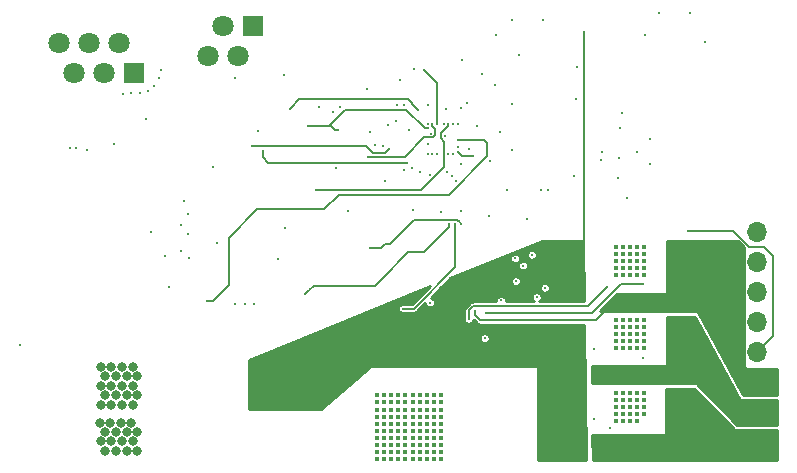
<source format=gbr>
G04 #@! TF.GenerationSoftware,KiCad,Pcbnew,5.1.5-52549c5~84~ubuntu18.04.1*
G04 #@! TF.CreationDate,2020-04-16T13:53:27+02:00*
G04 #@! TF.ProjectId,board,626f6172-642e-46b6-9963-61645f706362,rev?*
G04 #@! TF.SameCoordinates,Original*
G04 #@! TF.FileFunction,Copper,L2,Inr*
G04 #@! TF.FilePolarity,Positive*
%FSLAX46Y46*%
G04 Gerber Fmt 4.6, Leading zero omitted, Abs format (unit mm)*
G04 Created by KiCad (PCBNEW 5.1.5-52549c5~84~ubuntu18.04.1) date 2020-04-16 13:53:27*
%MOMM*%
%LPD*%
G04 APERTURE LIST*
%ADD10O,1.700000X1.700000*%
%ADD11R,1.700000X1.700000*%
%ADD12C,1.800000*%
%ADD13R,1.800000X1.800000*%
%ADD14C,0.400000*%
%ADD15C,0.290000*%
%ADD16C,0.254000*%
%ADD17C,0.800000*%
%ADD18C,0.152400*%
%ADD19C,0.254000*%
G04 APERTURE END LIST*
D10*
X156000000Y-119329200D03*
X156000000Y-121869200D03*
X156000000Y-124409200D03*
X156000000Y-126949200D03*
X156000000Y-129489200D03*
X156000000Y-132029200D03*
X156000000Y-134569200D03*
D11*
X156000000Y-137109200D03*
D12*
X96860000Y-103390000D03*
X98130000Y-105930000D03*
D13*
X103210000Y-105930000D03*
D12*
X101940000Y-103390000D03*
X100670000Y-105930000D03*
X99400000Y-103390000D03*
D13*
X113325000Y-101930000D03*
D12*
X112055000Y-104470000D03*
X110785000Y-101930000D03*
X109515000Y-104470000D03*
D14*
X129100000Y-127200000D03*
X128500000Y-127800000D03*
X124910000Y-127210000D03*
X126700000Y-127800000D03*
X129100000Y-129000000D03*
X129100000Y-127800000D03*
X128500000Y-127200000D03*
X124900000Y-129000000D03*
X126700000Y-128400000D03*
X126100000Y-127200000D03*
X126100000Y-129000000D03*
X124300000Y-127800000D03*
X126100000Y-128400000D03*
X126700000Y-127200000D03*
X123700000Y-127800000D03*
X126100000Y-127800000D03*
X127900000Y-127200000D03*
X124900000Y-127800000D03*
X127310000Y-127210000D03*
X124300000Y-128400000D03*
X127900000Y-129000000D03*
X127300000Y-127800000D03*
X123700000Y-128400000D03*
X125500000Y-129000000D03*
X125500000Y-127200000D03*
X123700000Y-127200000D03*
X124300000Y-129000000D03*
X127900000Y-127800000D03*
X127300000Y-129000000D03*
X125500000Y-128400000D03*
X128500000Y-128400000D03*
X128500000Y-129000000D03*
X123700000Y-129000000D03*
X124900000Y-128400000D03*
X129100000Y-128400000D03*
X127300000Y-128400000D03*
X127900000Y-128400000D03*
X125500000Y-127800000D03*
X126700000Y-129000000D03*
X124300000Y-127200000D03*
D15*
X141300000Y-102400000D03*
D16*
X141000000Y-120600000D03*
D15*
X117700000Y-124650000D03*
X123600000Y-123900000D03*
X127748000Y-121100000D03*
X129890000Y-118690000D03*
X133750000Y-106885000D03*
X111740000Y-106360000D03*
X115880000Y-106040000D03*
X125700000Y-106510000D03*
X136500000Y-118300000D03*
X133300000Y-118000000D03*
X104200000Y-109800000D03*
X134760000Y-115790000D03*
X130241169Y-110188832D03*
X126057511Y-114137511D03*
X130450000Y-115060000D03*
X128090000Y-108620000D03*
X129200000Y-117696400D03*
D16*
X150110013Y-119267519D03*
D15*
X129655000Y-108965000D03*
X128078831Y-110188831D03*
X147700000Y-100800000D03*
X126000000Y-125850000D03*
X130380000Y-118690000D03*
D16*
X143300000Y-124000000D03*
D15*
X131550000Y-126710000D03*
D16*
X146300000Y-123800000D03*
D15*
X133060000Y-126250000D03*
X137300000Y-124900000D03*
D16*
X146300000Y-130000000D03*
X142200000Y-129300000D03*
D15*
X138000000Y-124100000D03*
X136180000Y-122220000D03*
D16*
X142130025Y-135169975D03*
D15*
X136900000Y-121300000D03*
D16*
X143494805Y-135966469D03*
D14*
X126800000Y-136800000D03*
X128000000Y-136800000D03*
X124400000Y-137400000D03*
X128000000Y-136200000D03*
X126200000Y-136200000D03*
X125000000Y-136200000D03*
X124400000Y-136800000D03*
X128000000Y-137400000D03*
X128600000Y-137400000D03*
X126200000Y-136800000D03*
X125010000Y-135610000D03*
X128600000Y-136800000D03*
X124400000Y-136200000D03*
X127400000Y-136800000D03*
X125600000Y-135600000D03*
X126800000Y-137400000D03*
X125000000Y-136800000D03*
X129200000Y-135600000D03*
X126800000Y-135600000D03*
X126200000Y-137400000D03*
X123800000Y-137400000D03*
X128000000Y-135600000D03*
X128600000Y-135600000D03*
X123800000Y-135600000D03*
X128600000Y-136200000D03*
X126200000Y-135600000D03*
X127410000Y-135610000D03*
X127400000Y-136200000D03*
X129200000Y-136800000D03*
X123800000Y-136800000D03*
X125600000Y-137400000D03*
X125600000Y-136200000D03*
X123800000Y-136200000D03*
X125000000Y-137400000D03*
X127400000Y-137400000D03*
X125600000Y-136800000D03*
X124400000Y-135600000D03*
X126800000Y-136200000D03*
X129200000Y-137400000D03*
X129200000Y-136200000D03*
X129200000Y-138600000D03*
X128600000Y-138000000D03*
X123800000Y-138600000D03*
X124400000Y-138000000D03*
X126800000Y-138000000D03*
X125600000Y-138000000D03*
X128000000Y-138600000D03*
X123800000Y-138000000D03*
X126200000Y-138600000D03*
X126800000Y-138600000D03*
X128600000Y-138600000D03*
X125600000Y-138600000D03*
X125000000Y-138600000D03*
X126200000Y-138000000D03*
X128000000Y-138000000D03*
X125000000Y-138000000D03*
X127400000Y-138600000D03*
X129200000Y-138000000D03*
X127400000Y-138000000D03*
X124400000Y-138600000D03*
X126800000Y-134400000D03*
X128000000Y-134400000D03*
X124400000Y-135000000D03*
X128000000Y-133800000D03*
X126200000Y-133800000D03*
X125000000Y-133800000D03*
X124400000Y-134400000D03*
X128000000Y-135000000D03*
X128600000Y-135000000D03*
X126200000Y-134400000D03*
X125010000Y-133210000D03*
X128600000Y-134400000D03*
X124400000Y-133800000D03*
X127400000Y-134400000D03*
X125600000Y-133200000D03*
X126800000Y-135000000D03*
X125000000Y-134400000D03*
X129200000Y-133200000D03*
X126800000Y-133200000D03*
X126200000Y-135000000D03*
X123800000Y-135000000D03*
X128000000Y-133200000D03*
X128600000Y-133200000D03*
X123800000Y-133200000D03*
X128600000Y-133800000D03*
X126200000Y-133200000D03*
X127410000Y-133210000D03*
X127400000Y-133800000D03*
X129200000Y-134400000D03*
X123800000Y-134400000D03*
X125600000Y-135000000D03*
X125600000Y-133800000D03*
X123800000Y-133800000D03*
X125000000Y-135000000D03*
X127400000Y-135000000D03*
X125600000Y-134400000D03*
X124400000Y-133200000D03*
X126800000Y-133800000D03*
X129200000Y-135000000D03*
X129200000Y-133800000D03*
X146400000Y-127400000D03*
X144600000Y-127400000D03*
X144600000Y-128600000D03*
X144600000Y-128000000D03*
X146400000Y-129200000D03*
X145800000Y-129200000D03*
X145200000Y-126800000D03*
X145800000Y-126800000D03*
X145800000Y-128000000D03*
X145200000Y-129200000D03*
X145200000Y-127400000D03*
X144600000Y-126800000D03*
X145800000Y-127400000D03*
X145800000Y-128600000D03*
X145200000Y-128600000D03*
X145200000Y-128000000D03*
X146400000Y-126800000D03*
X146400000Y-128000000D03*
X144600000Y-129200000D03*
X146400000Y-128600000D03*
X146400000Y-133600000D03*
X144600000Y-133600000D03*
X144600000Y-134800000D03*
X144600000Y-134200000D03*
X145800000Y-135400000D03*
X145200000Y-133000000D03*
X145800000Y-133000000D03*
X145800000Y-134200000D03*
X145200000Y-135400000D03*
X145200000Y-133600000D03*
X144600000Y-133000000D03*
X145800000Y-133600000D03*
X145800000Y-134800000D03*
X145200000Y-134800000D03*
X145200000Y-134200000D03*
X146400000Y-133000000D03*
X146400000Y-134200000D03*
X144600000Y-135400000D03*
X146400000Y-134800000D03*
X144000000Y-128000000D03*
X144000000Y-129200000D03*
X144000000Y-126800000D03*
X144000000Y-128600000D03*
X144000000Y-127400000D03*
X144000000Y-121200000D03*
X144000000Y-122400000D03*
X144000000Y-121800000D03*
X144000000Y-120600000D03*
X144000000Y-123000000D03*
X144000000Y-134800000D03*
X144000000Y-133600000D03*
X144000000Y-135400000D03*
X144000000Y-133000000D03*
X144000000Y-134200000D03*
X146400000Y-121200000D03*
X146400000Y-121800000D03*
X146400000Y-122400000D03*
X146400000Y-123000000D03*
X145800000Y-123000000D03*
X145800000Y-122400000D03*
X145800000Y-121800000D03*
X145800000Y-121200000D03*
X145800000Y-120600000D03*
X145200000Y-120600000D03*
X145200000Y-121200000D03*
X145200000Y-121800000D03*
X145200000Y-122400000D03*
X145200000Y-123000000D03*
X144600000Y-123000000D03*
X144600000Y-120600000D03*
X144600000Y-121800000D03*
X144600000Y-121200000D03*
X144600000Y-122400000D03*
D17*
X100300000Y-135500000D03*
X101200000Y-135500000D03*
X102100000Y-135500000D03*
X103000000Y-135500000D03*
X100800000Y-136300000D03*
X101700000Y-136300000D03*
X102600000Y-136300000D03*
X103500000Y-136300000D03*
X100400000Y-137100000D03*
X101300000Y-137100000D03*
X102200000Y-137100000D03*
X103100000Y-137100000D03*
X100800000Y-137900000D03*
X101700000Y-137900000D03*
X102600000Y-137900000D03*
X103500000Y-137900000D03*
D14*
X146400000Y-120600000D03*
D15*
X133860000Y-102690000D03*
X135200000Y-108500000D03*
X134200000Y-110900000D03*
X135200000Y-112400000D03*
X140700000Y-105400000D03*
X134300000Y-125167399D03*
X132900000Y-128360000D03*
X128290000Y-125350000D03*
X145000000Y-116500000D03*
X126800000Y-117500000D03*
X137812500Y-101400000D03*
X135200000Y-101400000D03*
X107800000Y-117850000D03*
X113700000Y-110800000D03*
X124510000Y-115040000D03*
X121370000Y-117590000D03*
X140680000Y-108090000D03*
X132720000Y-105960000D03*
X129550000Y-111270000D03*
X124740000Y-110340000D03*
D16*
X93610000Y-128920000D03*
D15*
X120320000Y-113980000D03*
X116000000Y-119050000D03*
X126050000Y-108610000D03*
X126480000Y-110710000D03*
X131610000Y-112370000D03*
X130641169Y-112188831D03*
X133330000Y-113390000D03*
X107200000Y-118800000D03*
X107200000Y-120975000D03*
X144200000Y-114800000D03*
X140500000Y-114600000D03*
X135800000Y-104400000D03*
X151600000Y-103300000D03*
X122960000Y-107250000D03*
X106180000Y-124020000D03*
X146500000Y-102700000D03*
X107460000Y-116760000D03*
X144316448Y-113113552D03*
X144400000Y-110600000D03*
D14*
X149100000Y-124700000D03*
X149700000Y-125900000D03*
X149700000Y-124700000D03*
X149100000Y-125900000D03*
X149100000Y-125300000D03*
X149700000Y-125300000D03*
X150300000Y-125300000D03*
X150300000Y-125900000D03*
X150300000Y-124700000D03*
X151000000Y-124700000D03*
X151600000Y-125900000D03*
X151600000Y-124700000D03*
X151000000Y-125900000D03*
X151000000Y-125300000D03*
X151600000Y-125300000D03*
X152200000Y-125300000D03*
X152200000Y-125900000D03*
X152200000Y-124700000D03*
X151600000Y-122900000D03*
X152200000Y-124100000D03*
X152200000Y-122900000D03*
X151600000Y-124100000D03*
X151600000Y-123500000D03*
X152200000Y-123500000D03*
X152800000Y-123500000D03*
X152800000Y-124100000D03*
X152800000Y-122900000D03*
X152200000Y-126500000D03*
X152800000Y-127700000D03*
X152800000Y-126500000D03*
X152200000Y-127700000D03*
X152200000Y-127100000D03*
X152800000Y-127100000D03*
X153400000Y-127100000D03*
X153400000Y-127700000D03*
X153400000Y-126500000D03*
X152800000Y-124700000D03*
X153400000Y-125900000D03*
X153400000Y-124700000D03*
X152800000Y-125900000D03*
X152800000Y-125300000D03*
X153400000Y-125300000D03*
X154000000Y-125300000D03*
X154000000Y-125900000D03*
X154000000Y-124700000D03*
X151600000Y-121100000D03*
X152200000Y-121700000D03*
X152200000Y-122300000D03*
X152200000Y-121100000D03*
X151600000Y-122300000D03*
X152800000Y-122300000D03*
X152800000Y-121100000D03*
X151600000Y-121700000D03*
X152800000Y-121700000D03*
X153400000Y-122900000D03*
X154000000Y-124100000D03*
X153400000Y-124100000D03*
X153400000Y-123500000D03*
X153400000Y-121100000D03*
X153400000Y-122300000D03*
X153400000Y-121700000D03*
X154000000Y-126500000D03*
X154000000Y-127700000D03*
X154000000Y-127100000D03*
X151600000Y-126500000D03*
X152800000Y-128300000D03*
X153400000Y-128300000D03*
X154000000Y-128300000D03*
X152800000Y-128900000D03*
X153400000Y-128900000D03*
X154000000Y-128900000D03*
X154000000Y-129500000D03*
X153400000Y-129500000D03*
X154000000Y-130100000D03*
X153400000Y-130100000D03*
X154000000Y-130700000D03*
X154000000Y-131300000D03*
X144310000Y-124710000D03*
X144900000Y-125900000D03*
X144900000Y-125300000D03*
X145500000Y-124700000D03*
X144300000Y-125900000D03*
X144300000Y-125300000D03*
X145500000Y-125900000D03*
X146100000Y-124700000D03*
X144900000Y-124700000D03*
X146100000Y-125900000D03*
X145500000Y-125300000D03*
X146100000Y-125300000D03*
X146710000Y-124710000D03*
X147300000Y-125900000D03*
X147300000Y-125300000D03*
X147900000Y-124700000D03*
X146700000Y-125900000D03*
X146700000Y-125300000D03*
X147900000Y-125900000D03*
X148500000Y-124700000D03*
X147300000Y-124700000D03*
X148500000Y-125900000D03*
X147900000Y-125300000D03*
X148500000Y-125300000D03*
D15*
X132070000Y-126100000D03*
D16*
X143110000Y-126060000D03*
D14*
X149600000Y-132000000D03*
X150200000Y-130800000D03*
X149600000Y-130800000D03*
X150200000Y-132000000D03*
X149600000Y-131400000D03*
X150200000Y-131400000D03*
X152600000Y-132000000D03*
X152600000Y-131400000D03*
X152000000Y-132000000D03*
X152000000Y-131400000D03*
X152600000Y-130800000D03*
X152000000Y-130800000D03*
X150800000Y-132000000D03*
X151400000Y-130800000D03*
X150800000Y-130800000D03*
X151400000Y-132000000D03*
X150800000Y-131400000D03*
X151400000Y-131400000D03*
X152000000Y-130200000D03*
X152000000Y-129600000D03*
X151400000Y-129000000D03*
X151400000Y-129600000D03*
X151400000Y-130200000D03*
X152600000Y-133200000D03*
X153200000Y-133200000D03*
X152600000Y-132600000D03*
X153200000Y-132600000D03*
X153200000Y-132000000D03*
X152000000Y-132600000D03*
X153800000Y-134400000D03*
X153200000Y-134400000D03*
X153800000Y-133800000D03*
X153200000Y-133800000D03*
X153800000Y-133200000D03*
X143600000Y-132000000D03*
X143600000Y-131400000D03*
X148400000Y-130800000D03*
X148400000Y-132000000D03*
X149000000Y-130800000D03*
X143600000Y-130800000D03*
X149000000Y-132000000D03*
X148400000Y-131400000D03*
X149000000Y-131400000D03*
X143100000Y-131400000D03*
X143100000Y-132000000D03*
D15*
X135548036Y-123532076D03*
D14*
X143110000Y-130810000D03*
X149100000Y-137900000D03*
X150300000Y-137900000D03*
X149100000Y-138500000D03*
X148500000Y-137300000D03*
X149700000Y-138500000D03*
X149700000Y-137300000D03*
X150900000Y-137300000D03*
X151500000Y-138500000D03*
X149100000Y-136700000D03*
X149710000Y-136710000D03*
X151500000Y-137300000D03*
X148500000Y-138500000D03*
X149700000Y-137900000D03*
X148500000Y-137900000D03*
X150300000Y-138500000D03*
X151500000Y-137900000D03*
X150900000Y-136700000D03*
X150900000Y-137900000D03*
X151500000Y-136700000D03*
X150900000Y-138500000D03*
X149100000Y-137300000D03*
X150300000Y-136700000D03*
X148500000Y-136700000D03*
X150300000Y-137300000D03*
X152110000Y-136710000D03*
X153900000Y-137300000D03*
X152100000Y-138500000D03*
X153900000Y-137900000D03*
X153300000Y-136700000D03*
X153300000Y-138500000D03*
X153300000Y-137900000D03*
X153900000Y-136700000D03*
X153300000Y-137300000D03*
X152100000Y-137300000D03*
X152700000Y-138500000D03*
X152700000Y-136700000D03*
X152700000Y-137900000D03*
X152100000Y-137900000D03*
X152700000Y-137300000D03*
X153900000Y-138500000D03*
X153300000Y-136100000D03*
X151500000Y-136100000D03*
X151500000Y-135500000D03*
X152700000Y-135500000D03*
X152110000Y-135510000D03*
X152100000Y-136100000D03*
X152700000Y-136100000D03*
X151500000Y-134900000D03*
X152110000Y-134910000D03*
X151500000Y-134300000D03*
X143610000Y-136710000D03*
X144200000Y-137900000D03*
X144200000Y-137300000D03*
X144800000Y-136700000D03*
X143600000Y-137900000D03*
X143600000Y-137300000D03*
X144800000Y-137900000D03*
X145400000Y-136700000D03*
X144200000Y-136700000D03*
X145400000Y-137900000D03*
X144800000Y-137300000D03*
X145400000Y-137300000D03*
X143600000Y-138500000D03*
X145400000Y-138500000D03*
X144800000Y-138500000D03*
X144200000Y-138500000D03*
X146000000Y-137900000D03*
X147800000Y-137900000D03*
X147800000Y-138500000D03*
X147200000Y-137300000D03*
X147800000Y-136700000D03*
X146600000Y-136700000D03*
X146010000Y-136710000D03*
X147200000Y-138500000D03*
X146000000Y-137300000D03*
X147200000Y-137900000D03*
X146000000Y-138500000D03*
X146600000Y-138500000D03*
X146600000Y-137300000D03*
X147800000Y-137300000D03*
X147200000Y-136700000D03*
X146600000Y-137900000D03*
D15*
X135500000Y-121608700D03*
D14*
X143040000Y-138210000D03*
D15*
X102950000Y-107640000D03*
X102270000Y-107670000D03*
X103690000Y-107560000D03*
X104390000Y-107420000D03*
X104940000Y-106980000D03*
X105300000Y-106350000D03*
X105500000Y-105660000D03*
X145785000Y-112600000D03*
X142817600Y-112590000D03*
X142762409Y-113295191D03*
X146915000Y-113600000D03*
X105820000Y-121420000D03*
X107910000Y-121529400D03*
X146915000Y-111500000D03*
X144500000Y-109300000D03*
X109370000Y-125170000D03*
X130641168Y-111551169D03*
X115450000Y-121670000D03*
X138270000Y-115830000D03*
X110245000Y-120325000D03*
X137660000Y-115820000D03*
X123200000Y-120750000D03*
X130910000Y-118670000D03*
X101500000Y-111900000D03*
X109900000Y-113900000D03*
X114110000Y-112540000D03*
X126300000Y-113500000D03*
X113250000Y-112100000D03*
X124840000Y-112340000D03*
D17*
X100800000Y-133200000D03*
X101700000Y-133200000D03*
X102600000Y-133200000D03*
X103500000Y-133200000D03*
X100400000Y-130800000D03*
X101300000Y-130800000D03*
X102200000Y-130800000D03*
X103100000Y-130800000D03*
X100800000Y-131600000D03*
X101700000Y-131600000D03*
X102600000Y-131600000D03*
X103500000Y-131600000D03*
X100400000Y-132400000D03*
X101300000Y-132400000D03*
X102200000Y-132400000D03*
X103100000Y-132400000D03*
X100400000Y-134000000D03*
X101300000Y-134000000D03*
X102200000Y-134000000D03*
X103100000Y-134000000D03*
D15*
X131450000Y-108470000D03*
X98330000Y-112240000D03*
X104690000Y-119340000D03*
X107830000Y-119540000D03*
X128078831Y-112751168D03*
X126743959Y-113953959D03*
X128478831Y-112751168D03*
X127458552Y-114268552D03*
X128878831Y-112751168D03*
X128260000Y-114540000D03*
X126900000Y-105600000D03*
X131000000Y-104800000D03*
X125400000Y-110000000D03*
X132300000Y-110400000D03*
X118880000Y-108800000D03*
X130170000Y-114630000D03*
X120070000Y-109170000D03*
X129841168Y-112751169D03*
X120670000Y-108810000D03*
X129760000Y-114310000D03*
X118650000Y-115810000D03*
X129841168Y-110188831D03*
X127300000Y-109000000D03*
X116400000Y-108930000D03*
X128878831Y-110188831D03*
X127810000Y-105680000D03*
X97770000Y-112270000D03*
X130641169Y-110188832D03*
X130940000Y-108880000D03*
X99220000Y-112444400D03*
X113400000Y-125500000D03*
X124330000Y-112080000D03*
X112600000Y-125500000D03*
X123600000Y-112024400D03*
X111800000Y-125500000D03*
X128078831Y-111951169D03*
X120530000Y-110710000D03*
X117950000Y-110400000D03*
X128078831Y-110588831D03*
X129441169Y-110188831D03*
X123230000Y-110940000D03*
X123000000Y-113001600D03*
X128478831Y-110188832D03*
X128361807Y-111070000D03*
X125470000Y-108644400D03*
X130641169Y-112588832D03*
X131900000Y-112925599D03*
X150300000Y-100800000D03*
X130241168Y-112751169D03*
X130910000Y-113650000D03*
X130900000Y-117600000D03*
D18*
X141300000Y-102400000D02*
X141300000Y-120300000D01*
X141300000Y-120300000D02*
X141000000Y-120600000D01*
X118450000Y-123900000D02*
X118050000Y-124300000D01*
X123600000Y-123900000D02*
X118450000Y-123900000D01*
X118050000Y-124300000D02*
X117700000Y-124650000D01*
X124192000Y-123308000D02*
X123600000Y-123900000D01*
X126400000Y-121100000D02*
X124192000Y-123308000D01*
X127748000Y-121100000D02*
X126400000Y-121100000D01*
X127762842Y-121100000D02*
X127748000Y-121100000D01*
X129890000Y-118972842D02*
X127762842Y-121100000D01*
X129890000Y-118690000D02*
X129890000Y-118972842D01*
X157350000Y-121390000D02*
X157350000Y-128139200D01*
X157350000Y-128139200D02*
X156000000Y-129489200D01*
X156580000Y-120620000D02*
X157350000Y-121390000D01*
X155300000Y-120620000D02*
X156580000Y-120620000D01*
X150110013Y-119267519D02*
X153947519Y-119267519D01*
X153947519Y-119267519D02*
X155300000Y-120620000D01*
X130380000Y-118972842D02*
X130380000Y-118690000D01*
X130380000Y-122372400D02*
X130380000Y-118972842D01*
X126902400Y-125850000D02*
X130380000Y-122372400D01*
X126000000Y-125850000D02*
X126902400Y-125850000D01*
X141691301Y-125608699D02*
X143300000Y-124000000D01*
X131908175Y-125608699D02*
X141691301Y-125608699D01*
X131550000Y-126710000D02*
X131550000Y-125966874D01*
X131550000Y-125966874D02*
X131908175Y-125608699D01*
X133060000Y-126250000D02*
X142000000Y-126250000D01*
X144450000Y-123800000D02*
X146300000Y-123800000D01*
X142000000Y-126250000D02*
X144450000Y-123800000D01*
X142200000Y-129190000D02*
X142200000Y-129300000D01*
X132070000Y-126100000D02*
X132070000Y-126382842D01*
X132070000Y-126382842D02*
X132540359Y-126853201D01*
X142316799Y-126853201D02*
X143110000Y-126060000D01*
X141976799Y-126853201D02*
X142316799Y-126853201D01*
X132540359Y-126853201D02*
X141976799Y-126853201D01*
X109890000Y-125170000D02*
X109370000Y-125170000D01*
X111230000Y-123840000D02*
X109890000Y-125170000D01*
X111230000Y-119840000D02*
X111230000Y-123840000D01*
X113630000Y-117440000D02*
X111230000Y-119840000D01*
X120560000Y-116210000D02*
X119330000Y-117440000D01*
X130641168Y-111551169D02*
X132851169Y-111551169D01*
X119330000Y-117440000D02*
X113630000Y-117440000D01*
X132851169Y-111551169D02*
X133100000Y-111800000D01*
X133100000Y-111800000D02*
X133100000Y-112970000D01*
X133100000Y-112970000D02*
X129850000Y-116220000D01*
X129850000Y-116220000D02*
X129650000Y-116220000D01*
X129650000Y-116220000D02*
X120560000Y-116210000D01*
X124102400Y-120750000D02*
X124430000Y-120422400D01*
X123200000Y-120750000D02*
X124102400Y-120750000D01*
X124430000Y-120422400D02*
X124857600Y-120422400D01*
X130783001Y-118543001D02*
X130910000Y-118670000D01*
X130574399Y-118334399D02*
X130783001Y-118543001D01*
X126945601Y-118334399D02*
X130574399Y-118334399D01*
X124857600Y-120422400D02*
X126945601Y-118334399D01*
X114110000Y-113010000D02*
X114110000Y-112540000D01*
X126300000Y-113500000D02*
X114600000Y-113500000D01*
X114600000Y-113500000D02*
X114110000Y-113010000D01*
X124480000Y-112700000D02*
X124840000Y-112340000D01*
X123490000Y-112700000D02*
X124480000Y-112700000D01*
X122866815Y-112076815D02*
X123490000Y-112700000D01*
X113226815Y-112076815D02*
X113250000Y-112100000D01*
X113226815Y-112076815D02*
X122866815Y-112076815D01*
X129194399Y-111015205D02*
X129841168Y-110368436D01*
X129194399Y-111440689D02*
X129194399Y-111015205D01*
X129841168Y-110368436D02*
X129841168Y-110188831D01*
X129485567Y-111731857D02*
X129194399Y-111440689D01*
X129485567Y-113840723D02*
X129485567Y-111731857D01*
X127516290Y-115810000D02*
X129485567Y-113840723D01*
X118650000Y-115810000D02*
X127516290Y-115810000D01*
X116831601Y-108498399D02*
X116400000Y-108930000D01*
X126798399Y-108498399D02*
X126880000Y-108580000D01*
X126880000Y-108580000D02*
X127300000Y-109000000D01*
X126440000Y-108140000D02*
X126700000Y-108400000D01*
X126700000Y-108400000D02*
X126880000Y-108580000D01*
X117190000Y-108140000D02*
X126440000Y-108140000D01*
X116400000Y-108930000D02*
X117190000Y-108140000D01*
X128878831Y-110188831D02*
X128878831Y-106748831D01*
X128878831Y-106748831D02*
X127810000Y-105680000D01*
X119714330Y-110400000D02*
X118232842Y-110400000D01*
X118232842Y-110400000D02*
X117950000Y-110400000D01*
X121114330Y-109000000D02*
X119714330Y-110400000D01*
X126270000Y-109000000D02*
X121114330Y-109000000D01*
X127858831Y-110588831D02*
X126270000Y-109000000D01*
X128078831Y-110588831D02*
X127858831Y-110588831D01*
X119937158Y-110400000D02*
X119714330Y-110400000D01*
X120247158Y-110710000D02*
X119937158Y-110400000D01*
X120530000Y-110710000D02*
X120247158Y-110710000D01*
X123038400Y-113040000D02*
X123000000Y-113001600D01*
X128478831Y-110368437D02*
X128478831Y-110188832D01*
X128717408Y-110607014D02*
X128478831Y-110368437D01*
X128717408Y-111130089D02*
X128717408Y-110607014D01*
X128532496Y-111315001D02*
X128717408Y-111130089D01*
X127814999Y-111315001D02*
X128532496Y-111315001D01*
X126125190Y-113004810D02*
X127814999Y-111315001D01*
X123286052Y-113004810D02*
X126125190Y-113004810D01*
X123282842Y-113001600D02*
X123286052Y-113004810D01*
X123000000Y-113001600D02*
X123282842Y-113001600D01*
X130977936Y-112925599D02*
X130641169Y-112588832D01*
X131900000Y-112925599D02*
X130977936Y-112925599D01*
D19*
G36*
X141328877Y-125253099D02*
G01*
X137535450Y-125253099D01*
X137570539Y-125229653D01*
X137629653Y-125170539D01*
X137676098Y-125101029D01*
X137708090Y-125023793D01*
X137724400Y-124941800D01*
X137724400Y-124858200D01*
X137708090Y-124776207D01*
X137676098Y-124698971D01*
X137629653Y-124629461D01*
X137570539Y-124570347D01*
X137501029Y-124523902D01*
X137423793Y-124491910D01*
X137341800Y-124475600D01*
X137258200Y-124475600D01*
X137176207Y-124491910D01*
X137098971Y-124523902D01*
X137029461Y-124570347D01*
X136970347Y-124629461D01*
X136923902Y-124698971D01*
X136891910Y-124776207D01*
X136875600Y-124858200D01*
X136875600Y-124941800D01*
X136891910Y-125023793D01*
X136923902Y-125101029D01*
X136970347Y-125170539D01*
X137029461Y-125229653D01*
X137064550Y-125253099D01*
X134715667Y-125253099D01*
X134724400Y-125209199D01*
X134724400Y-125125599D01*
X134708090Y-125043606D01*
X134676098Y-124966370D01*
X134629653Y-124896860D01*
X134570539Y-124837746D01*
X134501029Y-124791301D01*
X134423793Y-124759309D01*
X134341800Y-124742999D01*
X134258200Y-124742999D01*
X134176207Y-124759309D01*
X134098971Y-124791301D01*
X134029461Y-124837746D01*
X133970347Y-124896860D01*
X133923902Y-124966370D01*
X133891910Y-125043606D01*
X133875600Y-125125599D01*
X133875600Y-125209199D01*
X133884333Y-125253099D01*
X131925630Y-125253099D01*
X131908175Y-125251380D01*
X131890719Y-125253099D01*
X131890712Y-125253099D01*
X131844741Y-125257627D01*
X131838464Y-125258245D01*
X131818131Y-125264413D01*
X131771435Y-125278578D01*
X131709659Y-125311598D01*
X131655512Y-125356036D01*
X131644380Y-125369600D01*
X131310901Y-125703080D01*
X131297338Y-125714211D01*
X131252900Y-125768358D01*
X131236390Y-125799246D01*
X131219880Y-125830133D01*
X131199546Y-125897164D01*
X131192681Y-125966874D01*
X131194401Y-125984339D01*
X131194400Y-126478293D01*
X131173902Y-126508971D01*
X131141910Y-126586207D01*
X131125600Y-126668200D01*
X131125600Y-126751800D01*
X131141910Y-126833793D01*
X131173902Y-126911029D01*
X131220347Y-126980539D01*
X131279461Y-127039653D01*
X131348971Y-127086098D01*
X131426207Y-127118090D01*
X131508200Y-127134400D01*
X131591800Y-127134400D01*
X131673793Y-127118090D01*
X131751029Y-127086098D01*
X131820539Y-127039653D01*
X131879653Y-126980539D01*
X131926098Y-126911029D01*
X131958090Y-126833793D01*
X131968040Y-126783775D01*
X132276569Y-127092306D01*
X132287696Y-127105864D01*
X132301254Y-127116991D01*
X132301259Y-127116996D01*
X132335437Y-127145045D01*
X132341843Y-127150302D01*
X132403619Y-127183322D01*
X132441461Y-127194801D01*
X132470648Y-127203655D01*
X132477546Y-127204334D01*
X132522896Y-127208801D01*
X132522903Y-127208801D01*
X132540358Y-127210520D01*
X132557814Y-127208801D01*
X141349682Y-127208801D01*
X141471642Y-138673000D01*
X137427000Y-138673000D01*
X137427000Y-130800000D01*
X137424560Y-130775224D01*
X137417333Y-130751399D01*
X137405597Y-130729443D01*
X137389803Y-130710197D01*
X137370557Y-130694403D01*
X137348601Y-130682667D01*
X137324776Y-130675440D01*
X137300000Y-130673000D01*
X123400000Y-130673000D01*
X123375224Y-130675440D01*
X123351399Y-130682667D01*
X123329443Y-130694403D01*
X123317165Y-130703733D01*
X119052882Y-134373000D01*
X112927000Y-134373000D01*
X112927000Y-130185536D01*
X117530630Y-128318200D01*
X132475600Y-128318200D01*
X132475600Y-128401800D01*
X132491910Y-128483793D01*
X132523902Y-128561029D01*
X132570347Y-128630539D01*
X132629461Y-128689653D01*
X132698971Y-128736098D01*
X132776207Y-128768090D01*
X132858200Y-128784400D01*
X132941800Y-128784400D01*
X133023793Y-128768090D01*
X133101029Y-128736098D01*
X133170539Y-128689653D01*
X133229653Y-128630539D01*
X133276098Y-128561029D01*
X133308090Y-128483793D01*
X133324400Y-128401800D01*
X133324400Y-128318200D01*
X133308090Y-128236207D01*
X133276098Y-128158971D01*
X133229653Y-128089461D01*
X133170539Y-128030347D01*
X133101029Y-127983902D01*
X133023793Y-127951910D01*
X132941800Y-127935600D01*
X132858200Y-127935600D01*
X132776207Y-127951910D01*
X132698971Y-127983902D01*
X132629461Y-128030347D01*
X132570347Y-128089461D01*
X132523902Y-128158971D01*
X132491910Y-128236207D01*
X132475600Y-128318200D01*
X117530630Y-128318200D01*
X128299335Y-123950171D01*
X126755107Y-125494400D01*
X126231706Y-125494400D01*
X126201029Y-125473902D01*
X126123793Y-125441910D01*
X126041800Y-125425600D01*
X125958200Y-125425600D01*
X125876207Y-125441910D01*
X125798971Y-125473902D01*
X125729461Y-125520347D01*
X125670347Y-125579461D01*
X125623902Y-125648971D01*
X125591910Y-125726207D01*
X125575600Y-125808200D01*
X125575600Y-125891800D01*
X125591910Y-125973793D01*
X125623902Y-126051029D01*
X125670347Y-126120539D01*
X125729461Y-126179653D01*
X125798971Y-126226098D01*
X125876207Y-126258090D01*
X125958200Y-126274400D01*
X126041800Y-126274400D01*
X126123793Y-126258090D01*
X126201029Y-126226098D01*
X126231706Y-126205600D01*
X126884945Y-126205600D01*
X126902400Y-126207319D01*
X126919855Y-126205600D01*
X126919863Y-126205600D01*
X126972110Y-126200454D01*
X127039140Y-126180121D01*
X127100916Y-126147101D01*
X127155063Y-126102663D01*
X127166199Y-126089094D01*
X127865600Y-125389693D01*
X127865600Y-125391800D01*
X127881910Y-125473793D01*
X127913902Y-125551029D01*
X127960347Y-125620539D01*
X128019461Y-125679653D01*
X128088971Y-125726098D01*
X128166207Y-125758090D01*
X128248200Y-125774400D01*
X128331800Y-125774400D01*
X128413793Y-125758090D01*
X128491029Y-125726098D01*
X128560539Y-125679653D01*
X128619653Y-125620539D01*
X128666098Y-125551029D01*
X128698090Y-125473793D01*
X128714400Y-125391800D01*
X128714400Y-125308200D01*
X128698090Y-125226207D01*
X128666098Y-125148971D01*
X128619653Y-125079461D01*
X128560539Y-125020347D01*
X128491029Y-124973902D01*
X128413793Y-124941910D01*
X128331800Y-124925600D01*
X128329694Y-124925600D01*
X129197094Y-124058200D01*
X137575600Y-124058200D01*
X137575600Y-124141800D01*
X137591910Y-124223793D01*
X137623902Y-124301029D01*
X137670347Y-124370539D01*
X137729461Y-124429653D01*
X137798971Y-124476098D01*
X137876207Y-124508090D01*
X137958200Y-124524400D01*
X138041800Y-124524400D01*
X138123793Y-124508090D01*
X138201029Y-124476098D01*
X138270539Y-124429653D01*
X138329653Y-124370539D01*
X138376098Y-124301029D01*
X138408090Y-124223793D01*
X138424400Y-124141800D01*
X138424400Y-124058200D01*
X138408090Y-123976207D01*
X138376098Y-123898971D01*
X138329653Y-123829461D01*
X138270539Y-123770347D01*
X138201029Y-123723902D01*
X138123793Y-123691910D01*
X138041800Y-123675600D01*
X137958200Y-123675600D01*
X137876207Y-123691910D01*
X137798971Y-123723902D01*
X137729461Y-123770347D01*
X137670347Y-123829461D01*
X137623902Y-123898971D01*
X137591910Y-123976207D01*
X137575600Y-124058200D01*
X129197094Y-124058200D01*
X129765018Y-123490276D01*
X135123636Y-123490276D01*
X135123636Y-123573876D01*
X135139946Y-123655869D01*
X135171938Y-123733105D01*
X135218383Y-123802615D01*
X135277497Y-123861729D01*
X135347007Y-123908174D01*
X135424243Y-123940166D01*
X135506236Y-123956476D01*
X135589836Y-123956476D01*
X135671829Y-123940166D01*
X135749065Y-123908174D01*
X135818575Y-123861729D01*
X135877689Y-123802615D01*
X135924134Y-123733105D01*
X135956126Y-123655869D01*
X135972436Y-123573876D01*
X135972436Y-123490276D01*
X135956126Y-123408283D01*
X135924134Y-123331047D01*
X135877689Y-123261537D01*
X135818575Y-123202423D01*
X135749065Y-123155978D01*
X135671829Y-123123986D01*
X135589836Y-123107676D01*
X135506236Y-123107676D01*
X135424243Y-123123986D01*
X135347007Y-123155978D01*
X135277497Y-123202423D01*
X135218383Y-123261537D01*
X135171938Y-123331047D01*
X135139946Y-123408283D01*
X135123636Y-123490276D01*
X129765018Y-123490276D01*
X129991507Y-123263788D01*
X132667857Y-122178200D01*
X135755600Y-122178200D01*
X135755600Y-122261800D01*
X135771910Y-122343793D01*
X135803902Y-122421029D01*
X135850347Y-122490539D01*
X135909461Y-122549653D01*
X135978971Y-122596098D01*
X136056207Y-122628090D01*
X136138200Y-122644400D01*
X136221800Y-122644400D01*
X136303793Y-122628090D01*
X136381029Y-122596098D01*
X136450539Y-122549653D01*
X136509653Y-122490539D01*
X136556098Y-122421029D01*
X136588090Y-122343793D01*
X136604400Y-122261800D01*
X136604400Y-122178200D01*
X136588090Y-122096207D01*
X136556098Y-122018971D01*
X136509653Y-121949461D01*
X136450539Y-121890347D01*
X136381029Y-121843902D01*
X136303793Y-121811910D01*
X136221800Y-121795600D01*
X136138200Y-121795600D01*
X136056207Y-121811910D01*
X135978971Y-121843902D01*
X135909461Y-121890347D01*
X135850347Y-121949461D01*
X135803902Y-122018971D01*
X135771910Y-122096207D01*
X135755600Y-122178200D01*
X132667857Y-122178200D01*
X134174923Y-121566900D01*
X135075600Y-121566900D01*
X135075600Y-121650500D01*
X135091910Y-121732493D01*
X135123902Y-121809729D01*
X135170347Y-121879239D01*
X135229461Y-121938353D01*
X135298971Y-121984798D01*
X135376207Y-122016790D01*
X135458200Y-122033100D01*
X135541800Y-122033100D01*
X135623793Y-122016790D01*
X135701029Y-121984798D01*
X135770539Y-121938353D01*
X135829653Y-121879239D01*
X135876098Y-121809729D01*
X135908090Y-121732493D01*
X135924400Y-121650500D01*
X135924400Y-121566900D01*
X135908090Y-121484907D01*
X135876098Y-121407671D01*
X135829653Y-121338161D01*
X135770539Y-121279047D01*
X135739340Y-121258200D01*
X136475600Y-121258200D01*
X136475600Y-121341800D01*
X136491910Y-121423793D01*
X136523902Y-121501029D01*
X136570347Y-121570539D01*
X136629461Y-121629653D01*
X136698971Y-121676098D01*
X136776207Y-121708090D01*
X136858200Y-121724400D01*
X136941800Y-121724400D01*
X137023793Y-121708090D01*
X137101029Y-121676098D01*
X137170539Y-121629653D01*
X137229653Y-121570539D01*
X137276098Y-121501029D01*
X137308090Y-121423793D01*
X137324400Y-121341800D01*
X137324400Y-121258200D01*
X137308090Y-121176207D01*
X137276098Y-121098971D01*
X137229653Y-121029461D01*
X137170539Y-120970347D01*
X137101029Y-120923902D01*
X137023793Y-120891910D01*
X136941800Y-120875600D01*
X136858200Y-120875600D01*
X136776207Y-120891910D01*
X136698971Y-120923902D01*
X136629461Y-120970347D01*
X136570347Y-121029461D01*
X136523902Y-121098971D01*
X136491910Y-121176207D01*
X136475600Y-121258200D01*
X135739340Y-121258200D01*
X135701029Y-121232602D01*
X135623793Y-121200610D01*
X135541800Y-121184300D01*
X135458200Y-121184300D01*
X135376207Y-121200610D01*
X135298971Y-121232602D01*
X135229461Y-121279047D01*
X135170347Y-121338161D01*
X135123902Y-121407671D01*
X135091910Y-121484907D01*
X135075600Y-121566900D01*
X134174923Y-121566900D01*
X137724776Y-120127000D01*
X141274344Y-120127000D01*
X141328877Y-125253099D01*
G37*
X141328877Y-125253099D02*
X137535450Y-125253099D01*
X137570539Y-125229653D01*
X137629653Y-125170539D01*
X137676098Y-125101029D01*
X137708090Y-125023793D01*
X137724400Y-124941800D01*
X137724400Y-124858200D01*
X137708090Y-124776207D01*
X137676098Y-124698971D01*
X137629653Y-124629461D01*
X137570539Y-124570347D01*
X137501029Y-124523902D01*
X137423793Y-124491910D01*
X137341800Y-124475600D01*
X137258200Y-124475600D01*
X137176207Y-124491910D01*
X137098971Y-124523902D01*
X137029461Y-124570347D01*
X136970347Y-124629461D01*
X136923902Y-124698971D01*
X136891910Y-124776207D01*
X136875600Y-124858200D01*
X136875600Y-124941800D01*
X136891910Y-125023793D01*
X136923902Y-125101029D01*
X136970347Y-125170539D01*
X137029461Y-125229653D01*
X137064550Y-125253099D01*
X134715667Y-125253099D01*
X134724400Y-125209199D01*
X134724400Y-125125599D01*
X134708090Y-125043606D01*
X134676098Y-124966370D01*
X134629653Y-124896860D01*
X134570539Y-124837746D01*
X134501029Y-124791301D01*
X134423793Y-124759309D01*
X134341800Y-124742999D01*
X134258200Y-124742999D01*
X134176207Y-124759309D01*
X134098971Y-124791301D01*
X134029461Y-124837746D01*
X133970347Y-124896860D01*
X133923902Y-124966370D01*
X133891910Y-125043606D01*
X133875600Y-125125599D01*
X133875600Y-125209199D01*
X133884333Y-125253099D01*
X131925630Y-125253099D01*
X131908175Y-125251380D01*
X131890719Y-125253099D01*
X131890712Y-125253099D01*
X131844741Y-125257627D01*
X131838464Y-125258245D01*
X131818131Y-125264413D01*
X131771435Y-125278578D01*
X131709659Y-125311598D01*
X131655512Y-125356036D01*
X131644380Y-125369600D01*
X131310901Y-125703080D01*
X131297338Y-125714211D01*
X131252900Y-125768358D01*
X131236390Y-125799246D01*
X131219880Y-125830133D01*
X131199546Y-125897164D01*
X131192681Y-125966874D01*
X131194401Y-125984339D01*
X131194400Y-126478293D01*
X131173902Y-126508971D01*
X131141910Y-126586207D01*
X131125600Y-126668200D01*
X131125600Y-126751800D01*
X131141910Y-126833793D01*
X131173902Y-126911029D01*
X131220347Y-126980539D01*
X131279461Y-127039653D01*
X131348971Y-127086098D01*
X131426207Y-127118090D01*
X131508200Y-127134400D01*
X131591800Y-127134400D01*
X131673793Y-127118090D01*
X131751029Y-127086098D01*
X131820539Y-127039653D01*
X131879653Y-126980539D01*
X131926098Y-126911029D01*
X131958090Y-126833793D01*
X131968040Y-126783775D01*
X132276569Y-127092306D01*
X132287696Y-127105864D01*
X132301254Y-127116991D01*
X132301259Y-127116996D01*
X132335437Y-127145045D01*
X132341843Y-127150302D01*
X132403619Y-127183322D01*
X132441461Y-127194801D01*
X132470648Y-127203655D01*
X132477546Y-127204334D01*
X132522896Y-127208801D01*
X132522903Y-127208801D01*
X132540358Y-127210520D01*
X132557814Y-127208801D01*
X141349682Y-127208801D01*
X141471642Y-138673000D01*
X137427000Y-138673000D01*
X137427000Y-130800000D01*
X137424560Y-130775224D01*
X137417333Y-130751399D01*
X137405597Y-130729443D01*
X137389803Y-130710197D01*
X137370557Y-130694403D01*
X137348601Y-130682667D01*
X137324776Y-130675440D01*
X137300000Y-130673000D01*
X123400000Y-130673000D01*
X123375224Y-130675440D01*
X123351399Y-130682667D01*
X123329443Y-130694403D01*
X123317165Y-130703733D01*
X119052882Y-134373000D01*
X112927000Y-134373000D01*
X112927000Y-130185536D01*
X117530630Y-128318200D01*
X132475600Y-128318200D01*
X132475600Y-128401800D01*
X132491910Y-128483793D01*
X132523902Y-128561029D01*
X132570347Y-128630539D01*
X132629461Y-128689653D01*
X132698971Y-128736098D01*
X132776207Y-128768090D01*
X132858200Y-128784400D01*
X132941800Y-128784400D01*
X133023793Y-128768090D01*
X133101029Y-128736098D01*
X133170539Y-128689653D01*
X133229653Y-128630539D01*
X133276098Y-128561029D01*
X133308090Y-128483793D01*
X133324400Y-128401800D01*
X133324400Y-128318200D01*
X133308090Y-128236207D01*
X133276098Y-128158971D01*
X133229653Y-128089461D01*
X133170539Y-128030347D01*
X133101029Y-127983902D01*
X133023793Y-127951910D01*
X132941800Y-127935600D01*
X132858200Y-127935600D01*
X132776207Y-127951910D01*
X132698971Y-127983902D01*
X132629461Y-128030347D01*
X132570347Y-128089461D01*
X132523902Y-128158971D01*
X132491910Y-128236207D01*
X132475600Y-128318200D01*
X117530630Y-128318200D01*
X128299335Y-123950171D01*
X126755107Y-125494400D01*
X126231706Y-125494400D01*
X126201029Y-125473902D01*
X126123793Y-125441910D01*
X126041800Y-125425600D01*
X125958200Y-125425600D01*
X125876207Y-125441910D01*
X125798971Y-125473902D01*
X125729461Y-125520347D01*
X125670347Y-125579461D01*
X125623902Y-125648971D01*
X125591910Y-125726207D01*
X125575600Y-125808200D01*
X125575600Y-125891800D01*
X125591910Y-125973793D01*
X125623902Y-126051029D01*
X125670347Y-126120539D01*
X125729461Y-126179653D01*
X125798971Y-126226098D01*
X125876207Y-126258090D01*
X125958200Y-126274400D01*
X126041800Y-126274400D01*
X126123793Y-126258090D01*
X126201029Y-126226098D01*
X126231706Y-126205600D01*
X126884945Y-126205600D01*
X126902400Y-126207319D01*
X126919855Y-126205600D01*
X126919863Y-126205600D01*
X126972110Y-126200454D01*
X127039140Y-126180121D01*
X127100916Y-126147101D01*
X127155063Y-126102663D01*
X127166199Y-126089094D01*
X127865600Y-125389693D01*
X127865600Y-125391800D01*
X127881910Y-125473793D01*
X127913902Y-125551029D01*
X127960347Y-125620539D01*
X128019461Y-125679653D01*
X128088971Y-125726098D01*
X128166207Y-125758090D01*
X128248200Y-125774400D01*
X128331800Y-125774400D01*
X128413793Y-125758090D01*
X128491029Y-125726098D01*
X128560539Y-125679653D01*
X128619653Y-125620539D01*
X128666098Y-125551029D01*
X128698090Y-125473793D01*
X128714400Y-125391800D01*
X128714400Y-125308200D01*
X128698090Y-125226207D01*
X128666098Y-125148971D01*
X128619653Y-125079461D01*
X128560539Y-125020347D01*
X128491029Y-124973902D01*
X128413793Y-124941910D01*
X128331800Y-124925600D01*
X128329694Y-124925600D01*
X129197094Y-124058200D01*
X137575600Y-124058200D01*
X137575600Y-124141800D01*
X137591910Y-124223793D01*
X137623902Y-124301029D01*
X137670347Y-124370539D01*
X137729461Y-124429653D01*
X137798971Y-124476098D01*
X137876207Y-124508090D01*
X137958200Y-124524400D01*
X138041800Y-124524400D01*
X138123793Y-124508090D01*
X138201029Y-124476098D01*
X138270539Y-124429653D01*
X138329653Y-124370539D01*
X138376098Y-124301029D01*
X138408090Y-124223793D01*
X138424400Y-124141800D01*
X138424400Y-124058200D01*
X138408090Y-123976207D01*
X138376098Y-123898971D01*
X138329653Y-123829461D01*
X138270539Y-123770347D01*
X138201029Y-123723902D01*
X138123793Y-123691910D01*
X138041800Y-123675600D01*
X137958200Y-123675600D01*
X137876207Y-123691910D01*
X137798971Y-123723902D01*
X137729461Y-123770347D01*
X137670347Y-123829461D01*
X137623902Y-123898971D01*
X137591910Y-123976207D01*
X137575600Y-124058200D01*
X129197094Y-124058200D01*
X129765018Y-123490276D01*
X135123636Y-123490276D01*
X135123636Y-123573876D01*
X135139946Y-123655869D01*
X135171938Y-123733105D01*
X135218383Y-123802615D01*
X135277497Y-123861729D01*
X135347007Y-123908174D01*
X135424243Y-123940166D01*
X135506236Y-123956476D01*
X135589836Y-123956476D01*
X135671829Y-123940166D01*
X135749065Y-123908174D01*
X135818575Y-123861729D01*
X135877689Y-123802615D01*
X135924134Y-123733105D01*
X135956126Y-123655869D01*
X135972436Y-123573876D01*
X135972436Y-123490276D01*
X135956126Y-123408283D01*
X135924134Y-123331047D01*
X135877689Y-123261537D01*
X135818575Y-123202423D01*
X135749065Y-123155978D01*
X135671829Y-123123986D01*
X135589836Y-123107676D01*
X135506236Y-123107676D01*
X135424243Y-123123986D01*
X135347007Y-123155978D01*
X135277497Y-123202423D01*
X135218383Y-123261537D01*
X135171938Y-123331047D01*
X135139946Y-123408283D01*
X135123636Y-123490276D01*
X129765018Y-123490276D01*
X129991507Y-123263788D01*
X132667857Y-122178200D01*
X135755600Y-122178200D01*
X135755600Y-122261800D01*
X135771910Y-122343793D01*
X135803902Y-122421029D01*
X135850347Y-122490539D01*
X135909461Y-122549653D01*
X135978971Y-122596098D01*
X136056207Y-122628090D01*
X136138200Y-122644400D01*
X136221800Y-122644400D01*
X136303793Y-122628090D01*
X136381029Y-122596098D01*
X136450539Y-122549653D01*
X136509653Y-122490539D01*
X136556098Y-122421029D01*
X136588090Y-122343793D01*
X136604400Y-122261800D01*
X136604400Y-122178200D01*
X136588090Y-122096207D01*
X136556098Y-122018971D01*
X136509653Y-121949461D01*
X136450539Y-121890347D01*
X136381029Y-121843902D01*
X136303793Y-121811910D01*
X136221800Y-121795600D01*
X136138200Y-121795600D01*
X136056207Y-121811910D01*
X135978971Y-121843902D01*
X135909461Y-121890347D01*
X135850347Y-121949461D01*
X135803902Y-122018971D01*
X135771910Y-122096207D01*
X135755600Y-122178200D01*
X132667857Y-122178200D01*
X134174923Y-121566900D01*
X135075600Y-121566900D01*
X135075600Y-121650500D01*
X135091910Y-121732493D01*
X135123902Y-121809729D01*
X135170347Y-121879239D01*
X135229461Y-121938353D01*
X135298971Y-121984798D01*
X135376207Y-122016790D01*
X135458200Y-122033100D01*
X135541800Y-122033100D01*
X135623793Y-122016790D01*
X135701029Y-121984798D01*
X135770539Y-121938353D01*
X135829653Y-121879239D01*
X135876098Y-121809729D01*
X135908090Y-121732493D01*
X135924400Y-121650500D01*
X135924400Y-121566900D01*
X135908090Y-121484907D01*
X135876098Y-121407671D01*
X135829653Y-121338161D01*
X135770539Y-121279047D01*
X135739340Y-121258200D01*
X136475600Y-121258200D01*
X136475600Y-121341800D01*
X136491910Y-121423793D01*
X136523902Y-121501029D01*
X136570347Y-121570539D01*
X136629461Y-121629653D01*
X136698971Y-121676098D01*
X136776207Y-121708090D01*
X136858200Y-121724400D01*
X136941800Y-121724400D01*
X137023793Y-121708090D01*
X137101029Y-121676098D01*
X137170539Y-121629653D01*
X137229653Y-121570539D01*
X137276098Y-121501029D01*
X137308090Y-121423793D01*
X137324400Y-121341800D01*
X137324400Y-121258200D01*
X137308090Y-121176207D01*
X137276098Y-121098971D01*
X137229653Y-121029461D01*
X137170539Y-120970347D01*
X137101029Y-120923902D01*
X137023793Y-120891910D01*
X136941800Y-120875600D01*
X136858200Y-120875600D01*
X136776207Y-120891910D01*
X136698971Y-120923902D01*
X136629461Y-120970347D01*
X136570347Y-121029461D01*
X136523902Y-121098971D01*
X136491910Y-121176207D01*
X136475600Y-121258200D01*
X135739340Y-121258200D01*
X135701029Y-121232602D01*
X135623793Y-121200610D01*
X135541800Y-121184300D01*
X135458200Y-121184300D01*
X135376207Y-121200610D01*
X135298971Y-121232602D01*
X135229461Y-121279047D01*
X135170347Y-121338161D01*
X135123902Y-121407671D01*
X135091910Y-121484907D01*
X135075600Y-121566900D01*
X134174923Y-121566900D01*
X137724776Y-120127000D01*
X141274344Y-120127000D01*
X141328877Y-125253099D01*
G36*
X154873000Y-120659973D02*
G01*
X154873000Y-130800000D01*
X154875440Y-130824776D01*
X154882667Y-130848601D01*
X154894403Y-130870557D01*
X154910197Y-130889803D01*
X154929443Y-130905597D01*
X154951399Y-130917333D01*
X154975224Y-130924560D01*
X155000000Y-130927000D01*
X157673000Y-130927000D01*
X157673000Y-133173000D01*
X154776073Y-133173000D01*
X151011971Y-126140072D01*
X150998128Y-126119379D01*
X150980514Y-126101784D01*
X150959806Y-126087963D01*
X150936800Y-126078449D01*
X150900000Y-126073000D01*
X142679893Y-126073000D01*
X144125895Y-124627000D01*
X148200000Y-124627000D01*
X148224776Y-124624560D01*
X148248601Y-124617333D01*
X148270557Y-124605597D01*
X148289803Y-124589803D01*
X148305597Y-124570557D01*
X148317333Y-124548601D01*
X148324560Y-124524776D01*
X148327000Y-124500000D01*
X148327000Y-120127000D01*
X154340028Y-120127000D01*
X154873000Y-120659973D01*
G37*
X154873000Y-120659973D02*
X154873000Y-130800000D01*
X154875440Y-130824776D01*
X154882667Y-130848601D01*
X154894403Y-130870557D01*
X154910197Y-130889803D01*
X154929443Y-130905597D01*
X154951399Y-130917333D01*
X154975224Y-130924560D01*
X155000000Y-130927000D01*
X157673000Y-130927000D01*
X157673000Y-133173000D01*
X154776073Y-133173000D01*
X151011971Y-126140072D01*
X150998128Y-126119379D01*
X150980514Y-126101784D01*
X150959806Y-126087963D01*
X150936800Y-126078449D01*
X150900000Y-126073000D01*
X142679893Y-126073000D01*
X144125895Y-124627000D01*
X148200000Y-124627000D01*
X148224776Y-124624560D01*
X148248601Y-124617333D01*
X148270557Y-124605597D01*
X148289803Y-124589803D01*
X148305597Y-124570557D01*
X148317333Y-124548601D01*
X148324560Y-124524776D01*
X148327000Y-124500000D01*
X148327000Y-120127000D01*
X154340028Y-120127000D01*
X154873000Y-120659973D01*
G36*
X154488029Y-133559928D02*
G01*
X154501872Y-133580621D01*
X154519486Y-133598216D01*
X154540194Y-133612037D01*
X154563200Y-133621551D01*
X154600000Y-133627000D01*
X157673000Y-133627000D01*
X157673000Y-135673000D01*
X154253686Y-135673000D01*
X150891094Y-132211508D01*
X150872080Y-132195437D01*
X150850296Y-132183384D01*
X150826579Y-132175812D01*
X150800000Y-132173000D01*
X142027000Y-132173000D01*
X142027000Y-130678012D01*
X148198992Y-130726996D01*
X148223787Y-130724752D01*
X148247668Y-130717715D01*
X148269717Y-130706153D01*
X148289087Y-130690512D01*
X148305033Y-130671393D01*
X148316943Y-130649530D01*
X148324359Y-130625764D01*
X148327000Y-130600000D01*
X148327000Y-126527000D01*
X150723927Y-126527000D01*
X154488029Y-133559928D01*
G37*
X154488029Y-133559928D02*
X154501872Y-133580621D01*
X154519486Y-133598216D01*
X154540194Y-133612037D01*
X154563200Y-133621551D01*
X154600000Y-133627000D01*
X157673000Y-133627000D01*
X157673000Y-135673000D01*
X154253686Y-135673000D01*
X150891094Y-132211508D01*
X150872080Y-132195437D01*
X150850296Y-132183384D01*
X150826579Y-132175812D01*
X150800000Y-132173000D01*
X142027000Y-132173000D01*
X142027000Y-130678012D01*
X148198992Y-130726996D01*
X148223787Y-130724752D01*
X148247668Y-130717715D01*
X148269717Y-130706153D01*
X148289087Y-130690512D01*
X148305033Y-130671393D01*
X148316943Y-130649530D01*
X148324359Y-130625764D01*
X148327000Y-130600000D01*
X148327000Y-126527000D01*
X150723927Y-126527000D01*
X154488029Y-133559928D01*
G36*
X154008906Y-136088492D02*
G01*
X154027920Y-136104563D01*
X154049704Y-136116616D01*
X154073421Y-136124188D01*
X154100000Y-136127000D01*
X157672544Y-136127000D01*
X157663454Y-138663239D01*
X142045953Y-138692761D01*
X142028054Y-136527000D01*
X148100000Y-136527000D01*
X148124776Y-136524560D01*
X148148601Y-136517333D01*
X148170557Y-136505597D01*
X148189803Y-136489803D01*
X148205597Y-136470557D01*
X148217333Y-136448601D01*
X148224560Y-136424776D01*
X148227000Y-136400000D01*
X148227000Y-132627000D01*
X150646314Y-132627000D01*
X154008906Y-136088492D01*
G37*
X154008906Y-136088492D02*
X154027920Y-136104563D01*
X154049704Y-136116616D01*
X154073421Y-136124188D01*
X154100000Y-136127000D01*
X157672544Y-136127000D01*
X157663454Y-138663239D01*
X142045953Y-138692761D01*
X142028054Y-136527000D01*
X148100000Y-136527000D01*
X148124776Y-136524560D01*
X148148601Y-136517333D01*
X148170557Y-136505597D01*
X148189803Y-136489803D01*
X148205597Y-136470557D01*
X148217333Y-136448601D01*
X148224560Y-136424776D01*
X148227000Y-136400000D01*
X148227000Y-132627000D01*
X150646314Y-132627000D01*
X154008906Y-136088492D01*
M02*

</source>
